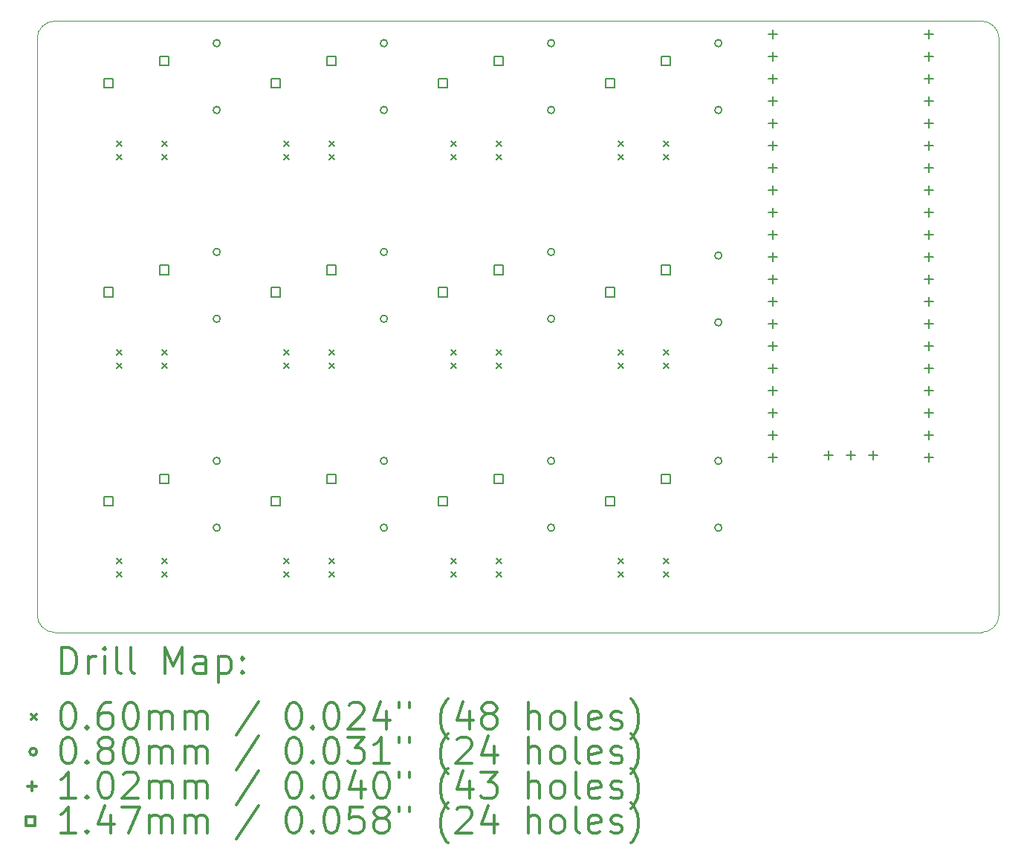
<source format=gbr>
%FSLAX45Y45*%
G04 Gerber Fmt 4.5, Leading zero omitted, Abs format (unit mm)*
G04 Created by KiCad (PCBNEW (5.1.9)-1) date 2021-06-06 12:20:09*
%MOMM*%
%LPD*%
G01*
G04 APERTURE LIST*
%TA.AperFunction,Profile*%
%ADD10C,0.100000*%
%TD*%
%ADD11C,0.200000*%
%ADD12C,0.300000*%
G04 APERTURE END LIST*
D10*
X17100000Y-3880000D02*
G75*
G02*
X17300000Y-4080000I0J-200000D01*
G01*
X17300000Y-10650000D02*
G75*
G02*
X17100000Y-10850000I-200000J0D01*
G01*
X6540000Y-10850000D02*
G75*
G02*
X6340000Y-10650000I0J200000D01*
G01*
X6340000Y-4080000D02*
X6340000Y-10650000D01*
X17100000Y-3880000D02*
X6540000Y-3880000D01*
X6340000Y-4080000D02*
G75*
G02*
X6540000Y-3880000I200000J0D01*
G01*
X17300000Y-10650000D02*
X17300000Y-4080000D01*
X6540000Y-10850000D02*
X17100000Y-10850000D01*
D11*
X7243500Y-5248000D02*
X7303500Y-5308000D01*
X7303500Y-5248000D02*
X7243500Y-5308000D01*
X7243500Y-5398000D02*
X7303500Y-5458000D01*
X7303500Y-5398000D02*
X7243500Y-5458000D01*
X7243500Y-7627750D02*
X7303500Y-7687750D01*
X7303500Y-7627750D02*
X7243500Y-7687750D01*
X7243500Y-7777750D02*
X7303500Y-7837750D01*
X7303500Y-7777750D02*
X7243500Y-7837750D01*
X7243500Y-10009000D02*
X7303500Y-10069000D01*
X7303500Y-10009000D02*
X7243500Y-10069000D01*
X7243500Y-10159000D02*
X7303500Y-10219000D01*
X7303500Y-10159000D02*
X7243500Y-10219000D01*
X7763500Y-5248000D02*
X7823500Y-5308000D01*
X7823500Y-5248000D02*
X7763500Y-5308000D01*
X7763500Y-5398000D02*
X7823500Y-5458000D01*
X7823500Y-5398000D02*
X7763500Y-5458000D01*
X7763500Y-7627750D02*
X7823500Y-7687750D01*
X7823500Y-7627750D02*
X7763500Y-7687750D01*
X7763500Y-7777750D02*
X7823500Y-7837750D01*
X7823500Y-7777750D02*
X7763500Y-7837750D01*
X7763500Y-10009000D02*
X7823500Y-10069000D01*
X7823500Y-10009000D02*
X7763500Y-10069000D01*
X7763500Y-10159000D02*
X7823500Y-10219000D01*
X7823500Y-10159000D02*
X7763500Y-10219000D01*
X9148500Y-7627750D02*
X9208500Y-7687750D01*
X9208500Y-7627750D02*
X9148500Y-7687750D01*
X9148500Y-7777750D02*
X9208500Y-7837750D01*
X9208500Y-7777750D02*
X9148500Y-7837750D01*
X9150000Y-5248000D02*
X9210000Y-5308000D01*
X9210000Y-5248000D02*
X9150000Y-5308000D01*
X9150000Y-5398000D02*
X9210000Y-5458000D01*
X9210000Y-5398000D02*
X9150000Y-5458000D01*
X9150000Y-10008000D02*
X9210000Y-10068000D01*
X9210000Y-10008000D02*
X9150000Y-10068000D01*
X9150000Y-10158000D02*
X9210000Y-10218000D01*
X9210000Y-10158000D02*
X9150000Y-10218000D01*
X9668500Y-7627750D02*
X9728500Y-7687750D01*
X9728500Y-7627750D02*
X9668500Y-7687750D01*
X9668500Y-7777750D02*
X9728500Y-7837750D01*
X9728500Y-7777750D02*
X9668500Y-7837750D01*
X9670000Y-5248000D02*
X9730000Y-5308000D01*
X9730000Y-5248000D02*
X9670000Y-5308000D01*
X9670000Y-5398000D02*
X9730000Y-5458000D01*
X9730000Y-5398000D02*
X9670000Y-5458000D01*
X9670000Y-10008000D02*
X9730000Y-10068000D01*
X9730000Y-10008000D02*
X9670000Y-10068000D01*
X9670000Y-10158000D02*
X9730000Y-10218000D01*
X9730000Y-10158000D02*
X9670000Y-10218000D01*
X11053500Y-7627750D02*
X11113500Y-7687750D01*
X11113500Y-7627750D02*
X11053500Y-7687750D01*
X11053500Y-7777750D02*
X11113500Y-7837750D01*
X11113500Y-7777750D02*
X11053500Y-7837750D01*
X11055000Y-5248000D02*
X11115000Y-5308000D01*
X11115000Y-5248000D02*
X11055000Y-5308000D01*
X11055000Y-5398000D02*
X11115000Y-5458000D01*
X11115000Y-5398000D02*
X11055000Y-5458000D01*
X11055000Y-10008000D02*
X11115000Y-10068000D01*
X11115000Y-10008000D02*
X11055000Y-10068000D01*
X11055000Y-10158000D02*
X11115000Y-10218000D01*
X11115000Y-10158000D02*
X11055000Y-10218000D01*
X11573500Y-7627750D02*
X11633500Y-7687750D01*
X11633500Y-7627750D02*
X11573500Y-7687750D01*
X11573500Y-7777750D02*
X11633500Y-7837750D01*
X11633500Y-7777750D02*
X11573500Y-7837750D01*
X11575000Y-5248000D02*
X11635000Y-5308000D01*
X11635000Y-5248000D02*
X11575000Y-5308000D01*
X11575000Y-5398000D02*
X11635000Y-5458000D01*
X11635000Y-5398000D02*
X11575000Y-5458000D01*
X11575000Y-10008000D02*
X11635000Y-10068000D01*
X11635000Y-10008000D02*
X11575000Y-10068000D01*
X11575000Y-10158000D02*
X11635000Y-10218000D01*
X11635000Y-10158000D02*
X11575000Y-10218000D01*
X12958500Y-5246500D02*
X13018500Y-5306500D01*
X13018500Y-5246500D02*
X12958500Y-5306500D01*
X12958500Y-5396500D02*
X13018500Y-5456500D01*
X13018500Y-5396500D02*
X12958500Y-5456500D01*
X12960000Y-7628000D02*
X13020000Y-7688000D01*
X13020000Y-7628000D02*
X12960000Y-7688000D01*
X12960000Y-7778000D02*
X13020000Y-7838000D01*
X13020000Y-7778000D02*
X12960000Y-7838000D01*
X12960000Y-10008000D02*
X13020000Y-10068000D01*
X13020000Y-10008000D02*
X12960000Y-10068000D01*
X12960000Y-10158000D02*
X13020000Y-10218000D01*
X13020000Y-10158000D02*
X12960000Y-10218000D01*
X13478500Y-5246500D02*
X13538500Y-5306500D01*
X13538500Y-5246500D02*
X13478500Y-5306500D01*
X13478500Y-5396500D02*
X13538500Y-5456500D01*
X13538500Y-5396500D02*
X13478500Y-5456500D01*
X13480000Y-7628000D02*
X13540000Y-7688000D01*
X13540000Y-7628000D02*
X13480000Y-7688000D01*
X13480000Y-7778000D02*
X13540000Y-7838000D01*
X13540000Y-7778000D02*
X13480000Y-7838000D01*
X13480000Y-10008000D02*
X13540000Y-10068000D01*
X13540000Y-10008000D02*
X13480000Y-10068000D01*
X13480000Y-10158000D02*
X13540000Y-10218000D01*
X13540000Y-10158000D02*
X13480000Y-10218000D01*
X8426000Y-4131500D02*
G75*
G03*
X8426000Y-4131500I-40000J0D01*
G01*
X8426000Y-4893500D02*
G75*
G03*
X8426000Y-4893500I-40000J0D01*
G01*
X8426000Y-6512750D02*
G75*
G03*
X8426000Y-6512750I-40000J0D01*
G01*
X8426000Y-7274750D02*
G75*
G03*
X8426000Y-7274750I-40000J0D01*
G01*
X8426000Y-8894000D02*
G75*
G03*
X8426000Y-8894000I-40000J0D01*
G01*
X8426000Y-9656000D02*
G75*
G03*
X8426000Y-9656000I-40000J0D01*
G01*
X10331000Y-4131500D02*
G75*
G03*
X10331000Y-4131500I-40000J0D01*
G01*
X10331000Y-4893500D02*
G75*
G03*
X10331000Y-4893500I-40000J0D01*
G01*
X10331000Y-6512750D02*
G75*
G03*
X10331000Y-6512750I-40000J0D01*
G01*
X10331000Y-7274750D02*
G75*
G03*
X10331000Y-7274750I-40000J0D01*
G01*
X10331000Y-8894000D02*
G75*
G03*
X10331000Y-8894000I-40000J0D01*
G01*
X10331000Y-9656000D02*
G75*
G03*
X10331000Y-9656000I-40000J0D01*
G01*
X12236000Y-4131500D02*
G75*
G03*
X12236000Y-4131500I-40000J0D01*
G01*
X12236000Y-4893500D02*
G75*
G03*
X12236000Y-4893500I-40000J0D01*
G01*
X12236000Y-6512750D02*
G75*
G03*
X12236000Y-6512750I-40000J0D01*
G01*
X12236000Y-7274750D02*
G75*
G03*
X12236000Y-7274750I-40000J0D01*
G01*
X12236000Y-8894000D02*
G75*
G03*
X12236000Y-8894000I-40000J0D01*
G01*
X12236000Y-9656000D02*
G75*
G03*
X12236000Y-9656000I-40000J0D01*
G01*
X14141000Y-4131500D02*
G75*
G03*
X14141000Y-4131500I-40000J0D01*
G01*
X14141000Y-4893500D02*
G75*
G03*
X14141000Y-4893500I-40000J0D01*
G01*
X14141000Y-6552750D02*
G75*
G03*
X14141000Y-6552750I-40000J0D01*
G01*
X14141000Y-7314750D02*
G75*
G03*
X14141000Y-7314750I-40000J0D01*
G01*
X14141000Y-8894000D02*
G75*
G03*
X14141000Y-8894000I-40000J0D01*
G01*
X14141000Y-9656000D02*
G75*
G03*
X14141000Y-9656000I-40000J0D01*
G01*
X14721000Y-3976000D02*
X14721000Y-4078000D01*
X14670000Y-4027000D02*
X14772000Y-4027000D01*
X14721000Y-4230000D02*
X14721000Y-4332000D01*
X14670000Y-4281000D02*
X14772000Y-4281000D01*
X14721000Y-4484000D02*
X14721000Y-4586000D01*
X14670000Y-4535000D02*
X14772000Y-4535000D01*
X14721000Y-4738000D02*
X14721000Y-4840000D01*
X14670000Y-4789000D02*
X14772000Y-4789000D01*
X14721000Y-4992000D02*
X14721000Y-5094000D01*
X14670000Y-5043000D02*
X14772000Y-5043000D01*
X14721000Y-5246000D02*
X14721000Y-5348000D01*
X14670000Y-5297000D02*
X14772000Y-5297000D01*
X14721000Y-5500000D02*
X14721000Y-5602000D01*
X14670000Y-5551000D02*
X14772000Y-5551000D01*
X14721000Y-5754000D02*
X14721000Y-5856000D01*
X14670000Y-5805000D02*
X14772000Y-5805000D01*
X14721000Y-6008000D02*
X14721000Y-6110000D01*
X14670000Y-6059000D02*
X14772000Y-6059000D01*
X14721000Y-6262000D02*
X14721000Y-6364000D01*
X14670000Y-6313000D02*
X14772000Y-6313000D01*
X14721000Y-6516000D02*
X14721000Y-6618000D01*
X14670000Y-6567000D02*
X14772000Y-6567000D01*
X14721000Y-6770000D02*
X14721000Y-6872000D01*
X14670000Y-6821000D02*
X14772000Y-6821000D01*
X14721000Y-7024000D02*
X14721000Y-7126000D01*
X14670000Y-7075000D02*
X14772000Y-7075000D01*
X14721000Y-7278000D02*
X14721000Y-7380000D01*
X14670000Y-7329000D02*
X14772000Y-7329000D01*
X14721000Y-7532000D02*
X14721000Y-7634000D01*
X14670000Y-7583000D02*
X14772000Y-7583000D01*
X14721000Y-7786000D02*
X14721000Y-7888000D01*
X14670000Y-7837000D02*
X14772000Y-7837000D01*
X14721000Y-8040000D02*
X14721000Y-8142000D01*
X14670000Y-8091000D02*
X14772000Y-8091000D01*
X14721000Y-8294000D02*
X14721000Y-8396000D01*
X14670000Y-8345000D02*
X14772000Y-8345000D01*
X14721000Y-8548000D02*
X14721000Y-8650000D01*
X14670000Y-8599000D02*
X14772000Y-8599000D01*
X14721000Y-8802000D02*
X14721000Y-8904000D01*
X14670000Y-8853000D02*
X14772000Y-8853000D01*
X15356000Y-8779000D02*
X15356000Y-8881000D01*
X15305000Y-8830000D02*
X15407000Y-8830000D01*
X15610000Y-8779000D02*
X15610000Y-8881000D01*
X15559000Y-8830000D02*
X15661000Y-8830000D01*
X15864000Y-8779000D02*
X15864000Y-8881000D01*
X15813000Y-8830000D02*
X15915000Y-8830000D01*
X16499000Y-3976000D02*
X16499000Y-4078000D01*
X16448000Y-4027000D02*
X16550000Y-4027000D01*
X16499000Y-4230000D02*
X16499000Y-4332000D01*
X16448000Y-4281000D02*
X16550000Y-4281000D01*
X16499000Y-4484000D02*
X16499000Y-4586000D01*
X16448000Y-4535000D02*
X16550000Y-4535000D01*
X16499000Y-4738000D02*
X16499000Y-4840000D01*
X16448000Y-4789000D02*
X16550000Y-4789000D01*
X16499000Y-4992000D02*
X16499000Y-5094000D01*
X16448000Y-5043000D02*
X16550000Y-5043000D01*
X16499000Y-5246000D02*
X16499000Y-5348000D01*
X16448000Y-5297000D02*
X16550000Y-5297000D01*
X16499000Y-5500000D02*
X16499000Y-5602000D01*
X16448000Y-5551000D02*
X16550000Y-5551000D01*
X16499000Y-5754000D02*
X16499000Y-5856000D01*
X16448000Y-5805000D02*
X16550000Y-5805000D01*
X16499000Y-6008000D02*
X16499000Y-6110000D01*
X16448000Y-6059000D02*
X16550000Y-6059000D01*
X16499000Y-6262000D02*
X16499000Y-6364000D01*
X16448000Y-6313000D02*
X16550000Y-6313000D01*
X16499000Y-6516000D02*
X16499000Y-6618000D01*
X16448000Y-6567000D02*
X16550000Y-6567000D01*
X16499000Y-6770000D02*
X16499000Y-6872000D01*
X16448000Y-6821000D02*
X16550000Y-6821000D01*
X16499000Y-7024000D02*
X16499000Y-7126000D01*
X16448000Y-7075000D02*
X16550000Y-7075000D01*
X16499000Y-7278000D02*
X16499000Y-7380000D01*
X16448000Y-7329000D02*
X16550000Y-7329000D01*
X16499000Y-7532000D02*
X16499000Y-7634000D01*
X16448000Y-7583000D02*
X16550000Y-7583000D01*
X16499000Y-7786000D02*
X16499000Y-7888000D01*
X16448000Y-7837000D02*
X16550000Y-7837000D01*
X16499000Y-8040000D02*
X16499000Y-8142000D01*
X16448000Y-8091000D02*
X16550000Y-8091000D01*
X16499000Y-8294000D02*
X16499000Y-8396000D01*
X16448000Y-8345000D02*
X16550000Y-8345000D01*
X16499000Y-8548000D02*
X16499000Y-8650000D01*
X16448000Y-8599000D02*
X16550000Y-8599000D01*
X16499000Y-8802000D02*
X16499000Y-8904000D01*
X16448000Y-8853000D02*
X16550000Y-8853000D01*
X7204473Y-4641473D02*
X7204473Y-4537527D01*
X7100527Y-4537527D01*
X7100527Y-4641473D01*
X7204473Y-4641473D01*
X7204473Y-7022723D02*
X7204473Y-6918777D01*
X7100527Y-6918777D01*
X7100527Y-7022723D01*
X7204473Y-7022723D01*
X7204473Y-9403973D02*
X7204473Y-9300027D01*
X7100527Y-9300027D01*
X7100527Y-9403973D01*
X7204473Y-9403973D01*
X7839473Y-4387473D02*
X7839473Y-4283527D01*
X7735527Y-4283527D01*
X7735527Y-4387473D01*
X7839473Y-4387473D01*
X7839473Y-6768723D02*
X7839473Y-6664777D01*
X7735527Y-6664777D01*
X7735527Y-6768723D01*
X7839473Y-6768723D01*
X7839473Y-9149973D02*
X7839473Y-9046027D01*
X7735527Y-9046027D01*
X7735527Y-9149973D01*
X7839473Y-9149973D01*
X9109473Y-4641473D02*
X9109473Y-4537527D01*
X9005527Y-4537527D01*
X9005527Y-4641473D01*
X9109473Y-4641473D01*
X9109473Y-7022723D02*
X9109473Y-6918777D01*
X9005527Y-6918777D01*
X9005527Y-7022723D01*
X9109473Y-7022723D01*
X9109473Y-9403973D02*
X9109473Y-9300027D01*
X9005527Y-9300027D01*
X9005527Y-9403973D01*
X9109473Y-9403973D01*
X9744473Y-4387473D02*
X9744473Y-4283527D01*
X9640527Y-4283527D01*
X9640527Y-4387473D01*
X9744473Y-4387473D01*
X9744473Y-6768723D02*
X9744473Y-6664777D01*
X9640527Y-6664777D01*
X9640527Y-6768723D01*
X9744473Y-6768723D01*
X9744473Y-9149973D02*
X9744473Y-9046027D01*
X9640527Y-9046027D01*
X9640527Y-9149973D01*
X9744473Y-9149973D01*
X11014473Y-4641473D02*
X11014473Y-4537527D01*
X10910527Y-4537527D01*
X10910527Y-4641473D01*
X11014473Y-4641473D01*
X11014473Y-7022723D02*
X11014473Y-6918777D01*
X10910527Y-6918777D01*
X10910527Y-7022723D01*
X11014473Y-7022723D01*
X11014473Y-9403973D02*
X11014473Y-9300027D01*
X10910527Y-9300027D01*
X10910527Y-9403973D01*
X11014473Y-9403973D01*
X11649473Y-4387473D02*
X11649473Y-4283527D01*
X11545527Y-4283527D01*
X11545527Y-4387473D01*
X11649473Y-4387473D01*
X11649473Y-6768723D02*
X11649473Y-6664777D01*
X11545527Y-6664777D01*
X11545527Y-6768723D01*
X11649473Y-6768723D01*
X11649473Y-9149973D02*
X11649473Y-9046027D01*
X11545527Y-9046027D01*
X11545527Y-9149973D01*
X11649473Y-9149973D01*
X12919473Y-4641473D02*
X12919473Y-4537527D01*
X12815527Y-4537527D01*
X12815527Y-4641473D01*
X12919473Y-4641473D01*
X12919473Y-7022723D02*
X12919473Y-6918777D01*
X12815527Y-6918777D01*
X12815527Y-7022723D01*
X12919473Y-7022723D01*
X12919473Y-9403973D02*
X12919473Y-9300027D01*
X12815527Y-9300027D01*
X12815527Y-9403973D01*
X12919473Y-9403973D01*
X13554473Y-4387473D02*
X13554473Y-4283527D01*
X13450527Y-4283527D01*
X13450527Y-4387473D01*
X13554473Y-4387473D01*
X13554473Y-6768723D02*
X13554473Y-6664777D01*
X13450527Y-6664777D01*
X13450527Y-6768723D01*
X13554473Y-6768723D01*
X13554473Y-9149973D02*
X13554473Y-9046027D01*
X13450527Y-9046027D01*
X13450527Y-9149973D01*
X13554473Y-9149973D01*
D12*
X6621428Y-11320714D02*
X6621428Y-11020714D01*
X6692857Y-11020714D01*
X6735714Y-11035000D01*
X6764286Y-11063572D01*
X6778571Y-11092143D01*
X6792857Y-11149286D01*
X6792857Y-11192143D01*
X6778571Y-11249286D01*
X6764286Y-11277857D01*
X6735714Y-11306429D01*
X6692857Y-11320714D01*
X6621428Y-11320714D01*
X6921428Y-11320714D02*
X6921428Y-11120714D01*
X6921428Y-11177857D02*
X6935714Y-11149286D01*
X6950000Y-11135000D01*
X6978571Y-11120714D01*
X7007143Y-11120714D01*
X7107143Y-11320714D02*
X7107143Y-11120714D01*
X7107143Y-11020714D02*
X7092857Y-11035000D01*
X7107143Y-11049286D01*
X7121428Y-11035000D01*
X7107143Y-11020714D01*
X7107143Y-11049286D01*
X7292857Y-11320714D02*
X7264286Y-11306429D01*
X7250000Y-11277857D01*
X7250000Y-11020714D01*
X7450000Y-11320714D02*
X7421428Y-11306429D01*
X7407143Y-11277857D01*
X7407143Y-11020714D01*
X7792857Y-11320714D02*
X7792857Y-11020714D01*
X7892857Y-11235000D01*
X7992857Y-11020714D01*
X7992857Y-11320714D01*
X8264286Y-11320714D02*
X8264286Y-11163572D01*
X8250000Y-11135000D01*
X8221428Y-11120714D01*
X8164286Y-11120714D01*
X8135714Y-11135000D01*
X8264286Y-11306429D02*
X8235714Y-11320714D01*
X8164286Y-11320714D01*
X8135714Y-11306429D01*
X8121428Y-11277857D01*
X8121428Y-11249286D01*
X8135714Y-11220714D01*
X8164286Y-11206429D01*
X8235714Y-11206429D01*
X8264286Y-11192143D01*
X8407143Y-11120714D02*
X8407143Y-11420714D01*
X8407143Y-11135000D02*
X8435714Y-11120714D01*
X8492857Y-11120714D01*
X8521428Y-11135000D01*
X8535714Y-11149286D01*
X8550000Y-11177857D01*
X8550000Y-11263571D01*
X8535714Y-11292143D01*
X8521428Y-11306429D01*
X8492857Y-11320714D01*
X8435714Y-11320714D01*
X8407143Y-11306429D01*
X8678571Y-11292143D02*
X8692857Y-11306429D01*
X8678571Y-11320714D01*
X8664286Y-11306429D01*
X8678571Y-11292143D01*
X8678571Y-11320714D01*
X8678571Y-11135000D02*
X8692857Y-11149286D01*
X8678571Y-11163572D01*
X8664286Y-11149286D01*
X8678571Y-11135000D01*
X8678571Y-11163572D01*
X6275000Y-11785000D02*
X6335000Y-11845000D01*
X6335000Y-11785000D02*
X6275000Y-11845000D01*
X6678571Y-11650714D02*
X6707143Y-11650714D01*
X6735714Y-11665000D01*
X6750000Y-11679286D01*
X6764286Y-11707857D01*
X6778571Y-11765000D01*
X6778571Y-11836429D01*
X6764286Y-11893571D01*
X6750000Y-11922143D01*
X6735714Y-11936429D01*
X6707143Y-11950714D01*
X6678571Y-11950714D01*
X6650000Y-11936429D01*
X6635714Y-11922143D01*
X6621428Y-11893571D01*
X6607143Y-11836429D01*
X6607143Y-11765000D01*
X6621428Y-11707857D01*
X6635714Y-11679286D01*
X6650000Y-11665000D01*
X6678571Y-11650714D01*
X6907143Y-11922143D02*
X6921428Y-11936429D01*
X6907143Y-11950714D01*
X6892857Y-11936429D01*
X6907143Y-11922143D01*
X6907143Y-11950714D01*
X7178571Y-11650714D02*
X7121428Y-11650714D01*
X7092857Y-11665000D01*
X7078571Y-11679286D01*
X7050000Y-11722143D01*
X7035714Y-11779286D01*
X7035714Y-11893571D01*
X7050000Y-11922143D01*
X7064286Y-11936429D01*
X7092857Y-11950714D01*
X7150000Y-11950714D01*
X7178571Y-11936429D01*
X7192857Y-11922143D01*
X7207143Y-11893571D01*
X7207143Y-11822143D01*
X7192857Y-11793571D01*
X7178571Y-11779286D01*
X7150000Y-11765000D01*
X7092857Y-11765000D01*
X7064286Y-11779286D01*
X7050000Y-11793571D01*
X7035714Y-11822143D01*
X7392857Y-11650714D02*
X7421428Y-11650714D01*
X7450000Y-11665000D01*
X7464286Y-11679286D01*
X7478571Y-11707857D01*
X7492857Y-11765000D01*
X7492857Y-11836429D01*
X7478571Y-11893571D01*
X7464286Y-11922143D01*
X7450000Y-11936429D01*
X7421428Y-11950714D01*
X7392857Y-11950714D01*
X7364286Y-11936429D01*
X7350000Y-11922143D01*
X7335714Y-11893571D01*
X7321428Y-11836429D01*
X7321428Y-11765000D01*
X7335714Y-11707857D01*
X7350000Y-11679286D01*
X7364286Y-11665000D01*
X7392857Y-11650714D01*
X7621428Y-11950714D02*
X7621428Y-11750714D01*
X7621428Y-11779286D02*
X7635714Y-11765000D01*
X7664286Y-11750714D01*
X7707143Y-11750714D01*
X7735714Y-11765000D01*
X7750000Y-11793571D01*
X7750000Y-11950714D01*
X7750000Y-11793571D02*
X7764286Y-11765000D01*
X7792857Y-11750714D01*
X7835714Y-11750714D01*
X7864286Y-11765000D01*
X7878571Y-11793571D01*
X7878571Y-11950714D01*
X8021428Y-11950714D02*
X8021428Y-11750714D01*
X8021428Y-11779286D02*
X8035714Y-11765000D01*
X8064286Y-11750714D01*
X8107143Y-11750714D01*
X8135714Y-11765000D01*
X8150000Y-11793571D01*
X8150000Y-11950714D01*
X8150000Y-11793571D02*
X8164286Y-11765000D01*
X8192857Y-11750714D01*
X8235714Y-11750714D01*
X8264286Y-11765000D01*
X8278571Y-11793571D01*
X8278571Y-11950714D01*
X8864286Y-11636429D02*
X8607143Y-12022143D01*
X9250000Y-11650714D02*
X9278571Y-11650714D01*
X9307143Y-11665000D01*
X9321428Y-11679286D01*
X9335714Y-11707857D01*
X9350000Y-11765000D01*
X9350000Y-11836429D01*
X9335714Y-11893571D01*
X9321428Y-11922143D01*
X9307143Y-11936429D01*
X9278571Y-11950714D01*
X9250000Y-11950714D01*
X9221428Y-11936429D01*
X9207143Y-11922143D01*
X9192857Y-11893571D01*
X9178571Y-11836429D01*
X9178571Y-11765000D01*
X9192857Y-11707857D01*
X9207143Y-11679286D01*
X9221428Y-11665000D01*
X9250000Y-11650714D01*
X9478571Y-11922143D02*
X9492857Y-11936429D01*
X9478571Y-11950714D01*
X9464286Y-11936429D01*
X9478571Y-11922143D01*
X9478571Y-11950714D01*
X9678571Y-11650714D02*
X9707143Y-11650714D01*
X9735714Y-11665000D01*
X9750000Y-11679286D01*
X9764286Y-11707857D01*
X9778571Y-11765000D01*
X9778571Y-11836429D01*
X9764286Y-11893571D01*
X9750000Y-11922143D01*
X9735714Y-11936429D01*
X9707143Y-11950714D01*
X9678571Y-11950714D01*
X9650000Y-11936429D01*
X9635714Y-11922143D01*
X9621428Y-11893571D01*
X9607143Y-11836429D01*
X9607143Y-11765000D01*
X9621428Y-11707857D01*
X9635714Y-11679286D01*
X9650000Y-11665000D01*
X9678571Y-11650714D01*
X9892857Y-11679286D02*
X9907143Y-11665000D01*
X9935714Y-11650714D01*
X10007143Y-11650714D01*
X10035714Y-11665000D01*
X10050000Y-11679286D01*
X10064286Y-11707857D01*
X10064286Y-11736429D01*
X10050000Y-11779286D01*
X9878571Y-11950714D01*
X10064286Y-11950714D01*
X10321428Y-11750714D02*
X10321428Y-11950714D01*
X10250000Y-11636429D02*
X10178571Y-11850714D01*
X10364286Y-11850714D01*
X10464286Y-11650714D02*
X10464286Y-11707857D01*
X10578571Y-11650714D02*
X10578571Y-11707857D01*
X11021428Y-12065000D02*
X11007143Y-12050714D01*
X10978571Y-12007857D01*
X10964286Y-11979286D01*
X10950000Y-11936429D01*
X10935714Y-11865000D01*
X10935714Y-11807857D01*
X10950000Y-11736429D01*
X10964286Y-11693571D01*
X10978571Y-11665000D01*
X11007143Y-11622143D01*
X11021428Y-11607857D01*
X11264286Y-11750714D02*
X11264286Y-11950714D01*
X11192857Y-11636429D02*
X11121428Y-11850714D01*
X11307143Y-11850714D01*
X11464286Y-11779286D02*
X11435714Y-11765000D01*
X11421428Y-11750714D01*
X11407143Y-11722143D01*
X11407143Y-11707857D01*
X11421428Y-11679286D01*
X11435714Y-11665000D01*
X11464286Y-11650714D01*
X11521428Y-11650714D01*
X11550000Y-11665000D01*
X11564286Y-11679286D01*
X11578571Y-11707857D01*
X11578571Y-11722143D01*
X11564286Y-11750714D01*
X11550000Y-11765000D01*
X11521428Y-11779286D01*
X11464286Y-11779286D01*
X11435714Y-11793571D01*
X11421428Y-11807857D01*
X11407143Y-11836429D01*
X11407143Y-11893571D01*
X11421428Y-11922143D01*
X11435714Y-11936429D01*
X11464286Y-11950714D01*
X11521428Y-11950714D01*
X11550000Y-11936429D01*
X11564286Y-11922143D01*
X11578571Y-11893571D01*
X11578571Y-11836429D01*
X11564286Y-11807857D01*
X11550000Y-11793571D01*
X11521428Y-11779286D01*
X11935714Y-11950714D02*
X11935714Y-11650714D01*
X12064286Y-11950714D02*
X12064286Y-11793571D01*
X12050000Y-11765000D01*
X12021428Y-11750714D01*
X11978571Y-11750714D01*
X11950000Y-11765000D01*
X11935714Y-11779286D01*
X12250000Y-11950714D02*
X12221428Y-11936429D01*
X12207143Y-11922143D01*
X12192857Y-11893571D01*
X12192857Y-11807857D01*
X12207143Y-11779286D01*
X12221428Y-11765000D01*
X12250000Y-11750714D01*
X12292857Y-11750714D01*
X12321428Y-11765000D01*
X12335714Y-11779286D01*
X12350000Y-11807857D01*
X12350000Y-11893571D01*
X12335714Y-11922143D01*
X12321428Y-11936429D01*
X12292857Y-11950714D01*
X12250000Y-11950714D01*
X12521428Y-11950714D02*
X12492857Y-11936429D01*
X12478571Y-11907857D01*
X12478571Y-11650714D01*
X12750000Y-11936429D02*
X12721428Y-11950714D01*
X12664286Y-11950714D01*
X12635714Y-11936429D01*
X12621428Y-11907857D01*
X12621428Y-11793571D01*
X12635714Y-11765000D01*
X12664286Y-11750714D01*
X12721428Y-11750714D01*
X12750000Y-11765000D01*
X12764286Y-11793571D01*
X12764286Y-11822143D01*
X12621428Y-11850714D01*
X12878571Y-11936429D02*
X12907143Y-11950714D01*
X12964286Y-11950714D01*
X12992857Y-11936429D01*
X13007143Y-11907857D01*
X13007143Y-11893571D01*
X12992857Y-11865000D01*
X12964286Y-11850714D01*
X12921428Y-11850714D01*
X12892857Y-11836429D01*
X12878571Y-11807857D01*
X12878571Y-11793571D01*
X12892857Y-11765000D01*
X12921428Y-11750714D01*
X12964286Y-11750714D01*
X12992857Y-11765000D01*
X13107143Y-12065000D02*
X13121428Y-12050714D01*
X13150000Y-12007857D01*
X13164286Y-11979286D01*
X13178571Y-11936429D01*
X13192857Y-11865000D01*
X13192857Y-11807857D01*
X13178571Y-11736429D01*
X13164286Y-11693571D01*
X13150000Y-11665000D01*
X13121428Y-11622143D01*
X13107143Y-11607857D01*
X6335000Y-12211000D02*
G75*
G03*
X6335000Y-12211000I-40000J0D01*
G01*
X6678571Y-12046714D02*
X6707143Y-12046714D01*
X6735714Y-12061000D01*
X6750000Y-12075286D01*
X6764286Y-12103857D01*
X6778571Y-12161000D01*
X6778571Y-12232429D01*
X6764286Y-12289571D01*
X6750000Y-12318143D01*
X6735714Y-12332429D01*
X6707143Y-12346714D01*
X6678571Y-12346714D01*
X6650000Y-12332429D01*
X6635714Y-12318143D01*
X6621428Y-12289571D01*
X6607143Y-12232429D01*
X6607143Y-12161000D01*
X6621428Y-12103857D01*
X6635714Y-12075286D01*
X6650000Y-12061000D01*
X6678571Y-12046714D01*
X6907143Y-12318143D02*
X6921428Y-12332429D01*
X6907143Y-12346714D01*
X6892857Y-12332429D01*
X6907143Y-12318143D01*
X6907143Y-12346714D01*
X7092857Y-12175286D02*
X7064286Y-12161000D01*
X7050000Y-12146714D01*
X7035714Y-12118143D01*
X7035714Y-12103857D01*
X7050000Y-12075286D01*
X7064286Y-12061000D01*
X7092857Y-12046714D01*
X7150000Y-12046714D01*
X7178571Y-12061000D01*
X7192857Y-12075286D01*
X7207143Y-12103857D01*
X7207143Y-12118143D01*
X7192857Y-12146714D01*
X7178571Y-12161000D01*
X7150000Y-12175286D01*
X7092857Y-12175286D01*
X7064286Y-12189571D01*
X7050000Y-12203857D01*
X7035714Y-12232429D01*
X7035714Y-12289571D01*
X7050000Y-12318143D01*
X7064286Y-12332429D01*
X7092857Y-12346714D01*
X7150000Y-12346714D01*
X7178571Y-12332429D01*
X7192857Y-12318143D01*
X7207143Y-12289571D01*
X7207143Y-12232429D01*
X7192857Y-12203857D01*
X7178571Y-12189571D01*
X7150000Y-12175286D01*
X7392857Y-12046714D02*
X7421428Y-12046714D01*
X7450000Y-12061000D01*
X7464286Y-12075286D01*
X7478571Y-12103857D01*
X7492857Y-12161000D01*
X7492857Y-12232429D01*
X7478571Y-12289571D01*
X7464286Y-12318143D01*
X7450000Y-12332429D01*
X7421428Y-12346714D01*
X7392857Y-12346714D01*
X7364286Y-12332429D01*
X7350000Y-12318143D01*
X7335714Y-12289571D01*
X7321428Y-12232429D01*
X7321428Y-12161000D01*
X7335714Y-12103857D01*
X7350000Y-12075286D01*
X7364286Y-12061000D01*
X7392857Y-12046714D01*
X7621428Y-12346714D02*
X7621428Y-12146714D01*
X7621428Y-12175286D02*
X7635714Y-12161000D01*
X7664286Y-12146714D01*
X7707143Y-12146714D01*
X7735714Y-12161000D01*
X7750000Y-12189571D01*
X7750000Y-12346714D01*
X7750000Y-12189571D02*
X7764286Y-12161000D01*
X7792857Y-12146714D01*
X7835714Y-12146714D01*
X7864286Y-12161000D01*
X7878571Y-12189571D01*
X7878571Y-12346714D01*
X8021428Y-12346714D02*
X8021428Y-12146714D01*
X8021428Y-12175286D02*
X8035714Y-12161000D01*
X8064286Y-12146714D01*
X8107143Y-12146714D01*
X8135714Y-12161000D01*
X8150000Y-12189571D01*
X8150000Y-12346714D01*
X8150000Y-12189571D02*
X8164286Y-12161000D01*
X8192857Y-12146714D01*
X8235714Y-12146714D01*
X8264286Y-12161000D01*
X8278571Y-12189571D01*
X8278571Y-12346714D01*
X8864286Y-12032429D02*
X8607143Y-12418143D01*
X9250000Y-12046714D02*
X9278571Y-12046714D01*
X9307143Y-12061000D01*
X9321428Y-12075286D01*
X9335714Y-12103857D01*
X9350000Y-12161000D01*
X9350000Y-12232429D01*
X9335714Y-12289571D01*
X9321428Y-12318143D01*
X9307143Y-12332429D01*
X9278571Y-12346714D01*
X9250000Y-12346714D01*
X9221428Y-12332429D01*
X9207143Y-12318143D01*
X9192857Y-12289571D01*
X9178571Y-12232429D01*
X9178571Y-12161000D01*
X9192857Y-12103857D01*
X9207143Y-12075286D01*
X9221428Y-12061000D01*
X9250000Y-12046714D01*
X9478571Y-12318143D02*
X9492857Y-12332429D01*
X9478571Y-12346714D01*
X9464286Y-12332429D01*
X9478571Y-12318143D01*
X9478571Y-12346714D01*
X9678571Y-12046714D02*
X9707143Y-12046714D01*
X9735714Y-12061000D01*
X9750000Y-12075286D01*
X9764286Y-12103857D01*
X9778571Y-12161000D01*
X9778571Y-12232429D01*
X9764286Y-12289571D01*
X9750000Y-12318143D01*
X9735714Y-12332429D01*
X9707143Y-12346714D01*
X9678571Y-12346714D01*
X9650000Y-12332429D01*
X9635714Y-12318143D01*
X9621428Y-12289571D01*
X9607143Y-12232429D01*
X9607143Y-12161000D01*
X9621428Y-12103857D01*
X9635714Y-12075286D01*
X9650000Y-12061000D01*
X9678571Y-12046714D01*
X9878571Y-12046714D02*
X10064286Y-12046714D01*
X9964286Y-12161000D01*
X10007143Y-12161000D01*
X10035714Y-12175286D01*
X10050000Y-12189571D01*
X10064286Y-12218143D01*
X10064286Y-12289571D01*
X10050000Y-12318143D01*
X10035714Y-12332429D01*
X10007143Y-12346714D01*
X9921428Y-12346714D01*
X9892857Y-12332429D01*
X9878571Y-12318143D01*
X10350000Y-12346714D02*
X10178571Y-12346714D01*
X10264286Y-12346714D02*
X10264286Y-12046714D01*
X10235714Y-12089571D01*
X10207143Y-12118143D01*
X10178571Y-12132429D01*
X10464286Y-12046714D02*
X10464286Y-12103857D01*
X10578571Y-12046714D02*
X10578571Y-12103857D01*
X11021428Y-12461000D02*
X11007143Y-12446714D01*
X10978571Y-12403857D01*
X10964286Y-12375286D01*
X10950000Y-12332429D01*
X10935714Y-12261000D01*
X10935714Y-12203857D01*
X10950000Y-12132429D01*
X10964286Y-12089571D01*
X10978571Y-12061000D01*
X11007143Y-12018143D01*
X11021428Y-12003857D01*
X11121428Y-12075286D02*
X11135714Y-12061000D01*
X11164286Y-12046714D01*
X11235714Y-12046714D01*
X11264286Y-12061000D01*
X11278571Y-12075286D01*
X11292857Y-12103857D01*
X11292857Y-12132429D01*
X11278571Y-12175286D01*
X11107143Y-12346714D01*
X11292857Y-12346714D01*
X11550000Y-12146714D02*
X11550000Y-12346714D01*
X11478571Y-12032429D02*
X11407143Y-12246714D01*
X11592857Y-12246714D01*
X11935714Y-12346714D02*
X11935714Y-12046714D01*
X12064286Y-12346714D02*
X12064286Y-12189571D01*
X12050000Y-12161000D01*
X12021428Y-12146714D01*
X11978571Y-12146714D01*
X11950000Y-12161000D01*
X11935714Y-12175286D01*
X12250000Y-12346714D02*
X12221428Y-12332429D01*
X12207143Y-12318143D01*
X12192857Y-12289571D01*
X12192857Y-12203857D01*
X12207143Y-12175286D01*
X12221428Y-12161000D01*
X12250000Y-12146714D01*
X12292857Y-12146714D01*
X12321428Y-12161000D01*
X12335714Y-12175286D01*
X12350000Y-12203857D01*
X12350000Y-12289571D01*
X12335714Y-12318143D01*
X12321428Y-12332429D01*
X12292857Y-12346714D01*
X12250000Y-12346714D01*
X12521428Y-12346714D02*
X12492857Y-12332429D01*
X12478571Y-12303857D01*
X12478571Y-12046714D01*
X12750000Y-12332429D02*
X12721428Y-12346714D01*
X12664286Y-12346714D01*
X12635714Y-12332429D01*
X12621428Y-12303857D01*
X12621428Y-12189571D01*
X12635714Y-12161000D01*
X12664286Y-12146714D01*
X12721428Y-12146714D01*
X12750000Y-12161000D01*
X12764286Y-12189571D01*
X12764286Y-12218143D01*
X12621428Y-12246714D01*
X12878571Y-12332429D02*
X12907143Y-12346714D01*
X12964286Y-12346714D01*
X12992857Y-12332429D01*
X13007143Y-12303857D01*
X13007143Y-12289571D01*
X12992857Y-12261000D01*
X12964286Y-12246714D01*
X12921428Y-12246714D01*
X12892857Y-12232429D01*
X12878571Y-12203857D01*
X12878571Y-12189571D01*
X12892857Y-12161000D01*
X12921428Y-12146714D01*
X12964286Y-12146714D01*
X12992857Y-12161000D01*
X13107143Y-12461000D02*
X13121428Y-12446714D01*
X13150000Y-12403857D01*
X13164286Y-12375286D01*
X13178571Y-12332429D01*
X13192857Y-12261000D01*
X13192857Y-12203857D01*
X13178571Y-12132429D01*
X13164286Y-12089571D01*
X13150000Y-12061000D01*
X13121428Y-12018143D01*
X13107143Y-12003857D01*
X6284000Y-12556000D02*
X6284000Y-12658000D01*
X6233000Y-12607000D02*
X6335000Y-12607000D01*
X6778571Y-12742714D02*
X6607143Y-12742714D01*
X6692857Y-12742714D02*
X6692857Y-12442714D01*
X6664286Y-12485571D01*
X6635714Y-12514143D01*
X6607143Y-12528429D01*
X6907143Y-12714143D02*
X6921428Y-12728429D01*
X6907143Y-12742714D01*
X6892857Y-12728429D01*
X6907143Y-12714143D01*
X6907143Y-12742714D01*
X7107143Y-12442714D02*
X7135714Y-12442714D01*
X7164286Y-12457000D01*
X7178571Y-12471286D01*
X7192857Y-12499857D01*
X7207143Y-12557000D01*
X7207143Y-12628429D01*
X7192857Y-12685571D01*
X7178571Y-12714143D01*
X7164286Y-12728429D01*
X7135714Y-12742714D01*
X7107143Y-12742714D01*
X7078571Y-12728429D01*
X7064286Y-12714143D01*
X7050000Y-12685571D01*
X7035714Y-12628429D01*
X7035714Y-12557000D01*
X7050000Y-12499857D01*
X7064286Y-12471286D01*
X7078571Y-12457000D01*
X7107143Y-12442714D01*
X7321428Y-12471286D02*
X7335714Y-12457000D01*
X7364286Y-12442714D01*
X7435714Y-12442714D01*
X7464286Y-12457000D01*
X7478571Y-12471286D01*
X7492857Y-12499857D01*
X7492857Y-12528429D01*
X7478571Y-12571286D01*
X7307143Y-12742714D01*
X7492857Y-12742714D01*
X7621428Y-12742714D02*
X7621428Y-12542714D01*
X7621428Y-12571286D02*
X7635714Y-12557000D01*
X7664286Y-12542714D01*
X7707143Y-12542714D01*
X7735714Y-12557000D01*
X7750000Y-12585571D01*
X7750000Y-12742714D01*
X7750000Y-12585571D02*
X7764286Y-12557000D01*
X7792857Y-12542714D01*
X7835714Y-12542714D01*
X7864286Y-12557000D01*
X7878571Y-12585571D01*
X7878571Y-12742714D01*
X8021428Y-12742714D02*
X8021428Y-12542714D01*
X8021428Y-12571286D02*
X8035714Y-12557000D01*
X8064286Y-12542714D01*
X8107143Y-12542714D01*
X8135714Y-12557000D01*
X8150000Y-12585571D01*
X8150000Y-12742714D01*
X8150000Y-12585571D02*
X8164286Y-12557000D01*
X8192857Y-12542714D01*
X8235714Y-12542714D01*
X8264286Y-12557000D01*
X8278571Y-12585571D01*
X8278571Y-12742714D01*
X8864286Y-12428429D02*
X8607143Y-12814143D01*
X9250000Y-12442714D02*
X9278571Y-12442714D01*
X9307143Y-12457000D01*
X9321428Y-12471286D01*
X9335714Y-12499857D01*
X9350000Y-12557000D01*
X9350000Y-12628429D01*
X9335714Y-12685571D01*
X9321428Y-12714143D01*
X9307143Y-12728429D01*
X9278571Y-12742714D01*
X9250000Y-12742714D01*
X9221428Y-12728429D01*
X9207143Y-12714143D01*
X9192857Y-12685571D01*
X9178571Y-12628429D01*
X9178571Y-12557000D01*
X9192857Y-12499857D01*
X9207143Y-12471286D01*
X9221428Y-12457000D01*
X9250000Y-12442714D01*
X9478571Y-12714143D02*
X9492857Y-12728429D01*
X9478571Y-12742714D01*
X9464286Y-12728429D01*
X9478571Y-12714143D01*
X9478571Y-12742714D01*
X9678571Y-12442714D02*
X9707143Y-12442714D01*
X9735714Y-12457000D01*
X9750000Y-12471286D01*
X9764286Y-12499857D01*
X9778571Y-12557000D01*
X9778571Y-12628429D01*
X9764286Y-12685571D01*
X9750000Y-12714143D01*
X9735714Y-12728429D01*
X9707143Y-12742714D01*
X9678571Y-12742714D01*
X9650000Y-12728429D01*
X9635714Y-12714143D01*
X9621428Y-12685571D01*
X9607143Y-12628429D01*
X9607143Y-12557000D01*
X9621428Y-12499857D01*
X9635714Y-12471286D01*
X9650000Y-12457000D01*
X9678571Y-12442714D01*
X10035714Y-12542714D02*
X10035714Y-12742714D01*
X9964286Y-12428429D02*
X9892857Y-12642714D01*
X10078571Y-12642714D01*
X10250000Y-12442714D02*
X10278571Y-12442714D01*
X10307143Y-12457000D01*
X10321428Y-12471286D01*
X10335714Y-12499857D01*
X10350000Y-12557000D01*
X10350000Y-12628429D01*
X10335714Y-12685571D01*
X10321428Y-12714143D01*
X10307143Y-12728429D01*
X10278571Y-12742714D01*
X10250000Y-12742714D01*
X10221428Y-12728429D01*
X10207143Y-12714143D01*
X10192857Y-12685571D01*
X10178571Y-12628429D01*
X10178571Y-12557000D01*
X10192857Y-12499857D01*
X10207143Y-12471286D01*
X10221428Y-12457000D01*
X10250000Y-12442714D01*
X10464286Y-12442714D02*
X10464286Y-12499857D01*
X10578571Y-12442714D02*
X10578571Y-12499857D01*
X11021428Y-12857000D02*
X11007143Y-12842714D01*
X10978571Y-12799857D01*
X10964286Y-12771286D01*
X10950000Y-12728429D01*
X10935714Y-12657000D01*
X10935714Y-12599857D01*
X10950000Y-12528429D01*
X10964286Y-12485571D01*
X10978571Y-12457000D01*
X11007143Y-12414143D01*
X11021428Y-12399857D01*
X11264286Y-12542714D02*
X11264286Y-12742714D01*
X11192857Y-12428429D02*
X11121428Y-12642714D01*
X11307143Y-12642714D01*
X11392857Y-12442714D02*
X11578571Y-12442714D01*
X11478571Y-12557000D01*
X11521428Y-12557000D01*
X11550000Y-12571286D01*
X11564286Y-12585571D01*
X11578571Y-12614143D01*
X11578571Y-12685571D01*
X11564286Y-12714143D01*
X11550000Y-12728429D01*
X11521428Y-12742714D01*
X11435714Y-12742714D01*
X11407143Y-12728429D01*
X11392857Y-12714143D01*
X11935714Y-12742714D02*
X11935714Y-12442714D01*
X12064286Y-12742714D02*
X12064286Y-12585571D01*
X12050000Y-12557000D01*
X12021428Y-12542714D01*
X11978571Y-12542714D01*
X11950000Y-12557000D01*
X11935714Y-12571286D01*
X12250000Y-12742714D02*
X12221428Y-12728429D01*
X12207143Y-12714143D01*
X12192857Y-12685571D01*
X12192857Y-12599857D01*
X12207143Y-12571286D01*
X12221428Y-12557000D01*
X12250000Y-12542714D01*
X12292857Y-12542714D01*
X12321428Y-12557000D01*
X12335714Y-12571286D01*
X12350000Y-12599857D01*
X12350000Y-12685571D01*
X12335714Y-12714143D01*
X12321428Y-12728429D01*
X12292857Y-12742714D01*
X12250000Y-12742714D01*
X12521428Y-12742714D02*
X12492857Y-12728429D01*
X12478571Y-12699857D01*
X12478571Y-12442714D01*
X12750000Y-12728429D02*
X12721428Y-12742714D01*
X12664286Y-12742714D01*
X12635714Y-12728429D01*
X12621428Y-12699857D01*
X12621428Y-12585571D01*
X12635714Y-12557000D01*
X12664286Y-12542714D01*
X12721428Y-12542714D01*
X12750000Y-12557000D01*
X12764286Y-12585571D01*
X12764286Y-12614143D01*
X12621428Y-12642714D01*
X12878571Y-12728429D02*
X12907143Y-12742714D01*
X12964286Y-12742714D01*
X12992857Y-12728429D01*
X13007143Y-12699857D01*
X13007143Y-12685571D01*
X12992857Y-12657000D01*
X12964286Y-12642714D01*
X12921428Y-12642714D01*
X12892857Y-12628429D01*
X12878571Y-12599857D01*
X12878571Y-12585571D01*
X12892857Y-12557000D01*
X12921428Y-12542714D01*
X12964286Y-12542714D01*
X12992857Y-12557000D01*
X13107143Y-12857000D02*
X13121428Y-12842714D01*
X13150000Y-12799857D01*
X13164286Y-12771286D01*
X13178571Y-12728429D01*
X13192857Y-12657000D01*
X13192857Y-12599857D01*
X13178571Y-12528429D01*
X13164286Y-12485571D01*
X13150000Y-12457000D01*
X13121428Y-12414143D01*
X13107143Y-12399857D01*
X6313473Y-13054973D02*
X6313473Y-12951027D01*
X6209527Y-12951027D01*
X6209527Y-13054973D01*
X6313473Y-13054973D01*
X6778571Y-13138714D02*
X6607143Y-13138714D01*
X6692857Y-13138714D02*
X6692857Y-12838714D01*
X6664286Y-12881571D01*
X6635714Y-12910143D01*
X6607143Y-12924429D01*
X6907143Y-13110143D02*
X6921428Y-13124429D01*
X6907143Y-13138714D01*
X6892857Y-13124429D01*
X6907143Y-13110143D01*
X6907143Y-13138714D01*
X7178571Y-12938714D02*
X7178571Y-13138714D01*
X7107143Y-12824429D02*
X7035714Y-13038714D01*
X7221428Y-13038714D01*
X7307143Y-12838714D02*
X7507143Y-12838714D01*
X7378571Y-13138714D01*
X7621428Y-13138714D02*
X7621428Y-12938714D01*
X7621428Y-12967286D02*
X7635714Y-12953000D01*
X7664286Y-12938714D01*
X7707143Y-12938714D01*
X7735714Y-12953000D01*
X7750000Y-12981571D01*
X7750000Y-13138714D01*
X7750000Y-12981571D02*
X7764286Y-12953000D01*
X7792857Y-12938714D01*
X7835714Y-12938714D01*
X7864286Y-12953000D01*
X7878571Y-12981571D01*
X7878571Y-13138714D01*
X8021428Y-13138714D02*
X8021428Y-12938714D01*
X8021428Y-12967286D02*
X8035714Y-12953000D01*
X8064286Y-12938714D01*
X8107143Y-12938714D01*
X8135714Y-12953000D01*
X8150000Y-12981571D01*
X8150000Y-13138714D01*
X8150000Y-12981571D02*
X8164286Y-12953000D01*
X8192857Y-12938714D01*
X8235714Y-12938714D01*
X8264286Y-12953000D01*
X8278571Y-12981571D01*
X8278571Y-13138714D01*
X8864286Y-12824429D02*
X8607143Y-13210143D01*
X9250000Y-12838714D02*
X9278571Y-12838714D01*
X9307143Y-12853000D01*
X9321428Y-12867286D01*
X9335714Y-12895857D01*
X9350000Y-12953000D01*
X9350000Y-13024429D01*
X9335714Y-13081571D01*
X9321428Y-13110143D01*
X9307143Y-13124429D01*
X9278571Y-13138714D01*
X9250000Y-13138714D01*
X9221428Y-13124429D01*
X9207143Y-13110143D01*
X9192857Y-13081571D01*
X9178571Y-13024429D01*
X9178571Y-12953000D01*
X9192857Y-12895857D01*
X9207143Y-12867286D01*
X9221428Y-12853000D01*
X9250000Y-12838714D01*
X9478571Y-13110143D02*
X9492857Y-13124429D01*
X9478571Y-13138714D01*
X9464286Y-13124429D01*
X9478571Y-13110143D01*
X9478571Y-13138714D01*
X9678571Y-12838714D02*
X9707143Y-12838714D01*
X9735714Y-12853000D01*
X9750000Y-12867286D01*
X9764286Y-12895857D01*
X9778571Y-12953000D01*
X9778571Y-13024429D01*
X9764286Y-13081571D01*
X9750000Y-13110143D01*
X9735714Y-13124429D01*
X9707143Y-13138714D01*
X9678571Y-13138714D01*
X9650000Y-13124429D01*
X9635714Y-13110143D01*
X9621428Y-13081571D01*
X9607143Y-13024429D01*
X9607143Y-12953000D01*
X9621428Y-12895857D01*
X9635714Y-12867286D01*
X9650000Y-12853000D01*
X9678571Y-12838714D01*
X10050000Y-12838714D02*
X9907143Y-12838714D01*
X9892857Y-12981571D01*
X9907143Y-12967286D01*
X9935714Y-12953000D01*
X10007143Y-12953000D01*
X10035714Y-12967286D01*
X10050000Y-12981571D01*
X10064286Y-13010143D01*
X10064286Y-13081571D01*
X10050000Y-13110143D01*
X10035714Y-13124429D01*
X10007143Y-13138714D01*
X9935714Y-13138714D01*
X9907143Y-13124429D01*
X9892857Y-13110143D01*
X10235714Y-12967286D02*
X10207143Y-12953000D01*
X10192857Y-12938714D01*
X10178571Y-12910143D01*
X10178571Y-12895857D01*
X10192857Y-12867286D01*
X10207143Y-12853000D01*
X10235714Y-12838714D01*
X10292857Y-12838714D01*
X10321428Y-12853000D01*
X10335714Y-12867286D01*
X10350000Y-12895857D01*
X10350000Y-12910143D01*
X10335714Y-12938714D01*
X10321428Y-12953000D01*
X10292857Y-12967286D01*
X10235714Y-12967286D01*
X10207143Y-12981571D01*
X10192857Y-12995857D01*
X10178571Y-13024429D01*
X10178571Y-13081571D01*
X10192857Y-13110143D01*
X10207143Y-13124429D01*
X10235714Y-13138714D01*
X10292857Y-13138714D01*
X10321428Y-13124429D01*
X10335714Y-13110143D01*
X10350000Y-13081571D01*
X10350000Y-13024429D01*
X10335714Y-12995857D01*
X10321428Y-12981571D01*
X10292857Y-12967286D01*
X10464286Y-12838714D02*
X10464286Y-12895857D01*
X10578571Y-12838714D02*
X10578571Y-12895857D01*
X11021428Y-13253000D02*
X11007143Y-13238714D01*
X10978571Y-13195857D01*
X10964286Y-13167286D01*
X10950000Y-13124429D01*
X10935714Y-13053000D01*
X10935714Y-12995857D01*
X10950000Y-12924429D01*
X10964286Y-12881571D01*
X10978571Y-12853000D01*
X11007143Y-12810143D01*
X11021428Y-12795857D01*
X11121428Y-12867286D02*
X11135714Y-12853000D01*
X11164286Y-12838714D01*
X11235714Y-12838714D01*
X11264286Y-12853000D01*
X11278571Y-12867286D01*
X11292857Y-12895857D01*
X11292857Y-12924429D01*
X11278571Y-12967286D01*
X11107143Y-13138714D01*
X11292857Y-13138714D01*
X11550000Y-12938714D02*
X11550000Y-13138714D01*
X11478571Y-12824429D02*
X11407143Y-13038714D01*
X11592857Y-13038714D01*
X11935714Y-13138714D02*
X11935714Y-12838714D01*
X12064286Y-13138714D02*
X12064286Y-12981571D01*
X12050000Y-12953000D01*
X12021428Y-12938714D01*
X11978571Y-12938714D01*
X11950000Y-12953000D01*
X11935714Y-12967286D01*
X12250000Y-13138714D02*
X12221428Y-13124429D01*
X12207143Y-13110143D01*
X12192857Y-13081571D01*
X12192857Y-12995857D01*
X12207143Y-12967286D01*
X12221428Y-12953000D01*
X12250000Y-12938714D01*
X12292857Y-12938714D01*
X12321428Y-12953000D01*
X12335714Y-12967286D01*
X12350000Y-12995857D01*
X12350000Y-13081571D01*
X12335714Y-13110143D01*
X12321428Y-13124429D01*
X12292857Y-13138714D01*
X12250000Y-13138714D01*
X12521428Y-13138714D02*
X12492857Y-13124429D01*
X12478571Y-13095857D01*
X12478571Y-12838714D01*
X12750000Y-13124429D02*
X12721428Y-13138714D01*
X12664286Y-13138714D01*
X12635714Y-13124429D01*
X12621428Y-13095857D01*
X12621428Y-12981571D01*
X12635714Y-12953000D01*
X12664286Y-12938714D01*
X12721428Y-12938714D01*
X12750000Y-12953000D01*
X12764286Y-12981571D01*
X12764286Y-13010143D01*
X12621428Y-13038714D01*
X12878571Y-13124429D02*
X12907143Y-13138714D01*
X12964286Y-13138714D01*
X12992857Y-13124429D01*
X13007143Y-13095857D01*
X13007143Y-13081571D01*
X12992857Y-13053000D01*
X12964286Y-13038714D01*
X12921428Y-13038714D01*
X12892857Y-13024429D01*
X12878571Y-12995857D01*
X12878571Y-12981571D01*
X12892857Y-12953000D01*
X12921428Y-12938714D01*
X12964286Y-12938714D01*
X12992857Y-12953000D01*
X13107143Y-13253000D02*
X13121428Y-13238714D01*
X13150000Y-13195857D01*
X13164286Y-13167286D01*
X13178571Y-13124429D01*
X13192857Y-13053000D01*
X13192857Y-12995857D01*
X13178571Y-12924429D01*
X13164286Y-12881571D01*
X13150000Y-12853000D01*
X13121428Y-12810143D01*
X13107143Y-12795857D01*
M02*

</source>
